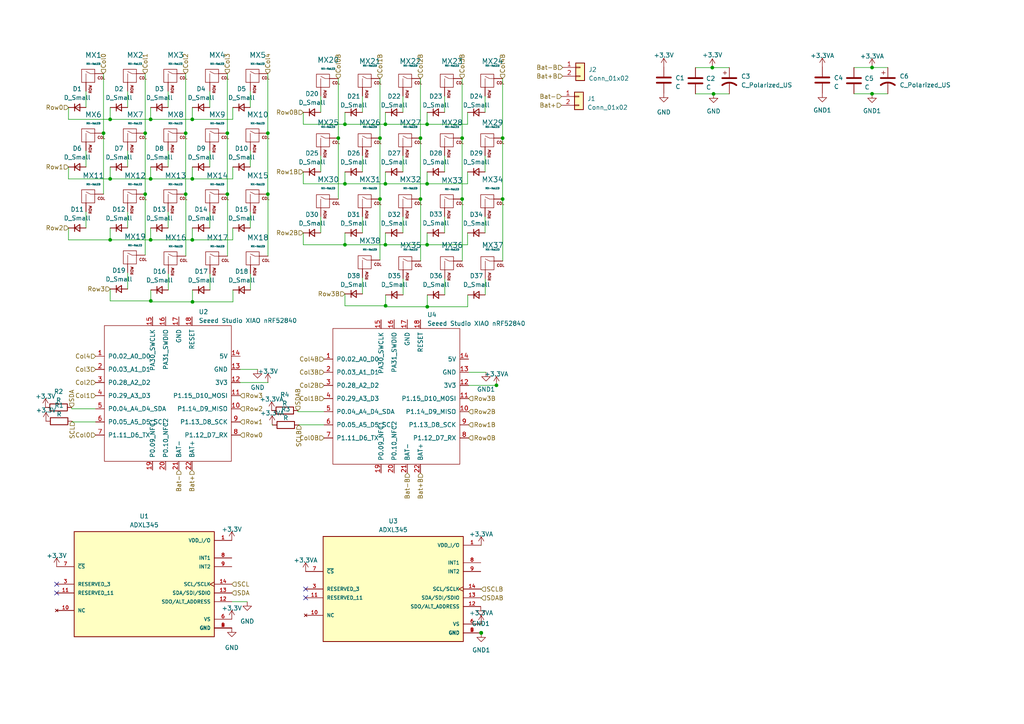
<source format=kicad_sch>
(kicad_sch (version 20230121) (generator eeschema)
  (paper "A4")
  (junction (at 145.7706 40.0558))
  (junction (at 42.1132 56.3118))
  (junction (at 55.7784 34.6202))
  (junction (at 100.0506 36.0426))
  (junction (at 43.688 34.6202))
  (junction (at 206.9592 27.2288))
  (junction (at 31.9532 69.5706))
  (junction (at 42.1132 38.6334))
  (junction (at 43.688 51.8922))
  (junction (at 77.6732 38.6334))
  (junction (at 123.8758 36.0426))
  (junction (at 77.6732 56.3118))
  (junction (at 134.0358 40.0558))
  (junction (at 111.8362 88.6968))
  (junction (at 43.688 69.5706))
  (junction (at 123.9266 88.9762))
  (junction (at 123.8758 70.993))
  (junction (at 100.0506 70.993))
  (junction (at 139.5476 183.5404))
  (junction (at 252.9332 19.5834))
  (junction (at 65.9384 56.3118))
  (junction (at 111.7854 53.3146))
  (junction (at 139.573 183.5912))
  (junction (at 143.9926 111.76))
  (junction (at 43.7388 87.2744))
  (junction (at 111.7854 70.993))
  (junction (at 55.7784 69.5706))
  (junction (at 30.0228 38.6334))
  (junction (at 98.1202 40.0558))
  (junction (at 139.573 183.5404))
  (junction (at 206.6036 19.6088))
  (junction (at 31.9532 34.6202))
  (junction (at 110.2106 40.0558))
  (junction (at 121.9454 40.0558))
  (junction (at 53.848 56.3118))
  (junction (at 53.848 38.6334))
  (junction (at 252.9332 27.2034))
  (junction (at 100.0506 53.3146))
  (junction (at 31.9532 51.8922))
  (junction (at 55.7784 51.8922))
  (junction (at 110.2106 57.7342))
  (junction (at 65.9384 38.6334))
  (junction (at 111.7854 36.0426))
  (junction (at 134.0358 57.7342))
  (junction (at 121.9454 57.7342))
  (junction (at 123.8758 53.3146))
  (junction (at 55.8292 87.5538))
  (junction (at 145.7706 57.7342))
  (no_connect (at 16.4338 171.9834))
  (no_connect (at 16.4338 169.4434))
  (no_connect (at 88.646 170.8404))
  (no_connect (at 88.646 173.3804))
  (wire (pts (xy 123.8758 49.8602) (xy 123.8758 53.3146)))
  (wire (pts (xy 43.688 48.4378) (xy 43.688 51.8922)))
  (wire (pts (xy 42.1132 38.6334) (xy 42.1132 56.3118)))
  (wire (pts (xy 140.6906 45.1358) (xy 140.6906 49.8602)))
  (wire (pts (xy 116.8654 62.8142) (xy 116.8654 67.5386)))
  (wire (pts (xy 105.1306 62.8142) (xy 105.1306 67.5386)))
  (wire (pts (xy 111.8362 85.5218) (xy 111.8362 88.6968)))
  (wire (pts (xy 116.9162 80.7974) (xy 116.9162 85.5218)))
  (wire (pts (xy 121.9962 75.7174) (xy 121.9962 57.7342)))
  (wire (pts (xy 74.7014 107.1372) (xy 69.6468 107.1372)))
  (wire (pts (xy 43.7388 87.5538) (xy 55.8292 87.5538)))
  (wire (pts (xy 77.6732 38.6334) (xy 77.6732 56.3118)))
  (wire (pts (xy 98.1202 40.0558) (xy 98.1202 57.7342)))
  (wire (pts (xy 139.446 181.0004) (xy 139.5222 181.0004)))
  (wire (pts (xy 105.1306 27.8638) (xy 105.1306 32.5882)))
  (wire (pts (xy 55.7784 51.8922) (xy 67.5132 51.8922)))
  (wire (pts (xy 43.7388 84.0994) (xy 43.7388 87.2744)))
  (wire (pts (xy 123.8758 36.0426) (xy 135.6106 36.0426)))
  (wire (pts (xy 139.4714 170.8404) (xy 139.4714 170.8912)))
  (wire (pts (xy 110.2106 57.7342) (xy 110.2106 75.438)))
  (wire (pts (xy 134.0358 57.7342) (xy 134.0866 57.7342)))
  (wire (pts (xy 111.8362 88.6968) (xy 111.8362 88.9762)))
  (wire (pts (xy 48.8188 79.375) (xy 48.8188 84.0994)))
  (wire (pts (xy 252.9332 19.5834) (xy 257.5052 19.5834)))
  (wire (pts (xy 139.4968 173.3804) (xy 139.4968 173.4312)))
  (wire (pts (xy 72.5932 43.7134) (xy 72.5932 48.4378)))
  (wire (pts (xy 145.7706 57.7342) (xy 145.8214 57.7342)))
  (wire (pts (xy 110.2106 40.0558) (xy 110.2106 57.7342)))
  (wire (pts (xy 105.1306 80.518) (xy 105.1306 85.2424)))
  (wire (pts (xy 55.7784 31.1658) (xy 55.7784 34.6202)))
  (wire (pts (xy 139.5984 183.5912) (xy 139.573 183.5912)))
  (wire (pts (xy 128.9558 27.8638) (xy 128.9558 32.5882)))
  (wire (pts (xy 111.7854 53.3146) (xy 123.8758 53.3146)))
  (wire (pts (xy 100.0506 88.6968) (xy 111.8362 88.6968)))
  (wire (pts (xy 139.573 183.5404) (xy 139.5984 183.5404)))
  (wire (pts (xy 111.7854 67.5386) (xy 111.7854 70.993)))
  (wire (pts (xy 55.7784 34.6202) (xy 67.5132 34.6202)))
  (wire (pts (xy 60.8584 43.7134) (xy 60.8584 48.4378)))
  (wire (pts (xy 100.0506 49.8602) (xy 100.0506 53.3146)))
  (wire (pts (xy 105.1306 45.1358) (xy 105.1306 49.8602)))
  (wire (pts (xy 123.8758 32.5882) (xy 123.8758 36.0426)))
  (wire (pts (xy 77.724 110.9472) (xy 69.6468 110.9472)))
  (wire (pts (xy 139.446 170.8404) (xy 139.4714 170.8404)))
  (wire (pts (xy 65.9892 74.295) (xy 65.9892 56.3118)))
  (wire (pts (xy 53.8988 74.295) (xy 53.8988 56.3118)))
  (wire (pts (xy 65.9384 21.3614) (xy 65.9384 38.6334)))
  (wire (pts (xy 111.8362 88.9762) (xy 123.9266 88.9762)))
  (wire (pts (xy 24.9428 26.4414) (xy 24.9428 31.1658)))
  (wire (pts (xy 139.5222 181.0004) (xy 139.5222 181.0512)))
  (wire (pts (xy 111.7854 70.993) (xy 123.8758 70.993)))
  (wire (pts (xy 79.0702 123.2662) (xy 78.9432 123.2662)))
  (wire (pts (xy 139.446 183.5404) (xy 139.5476 183.5404)))
  (wire (pts (xy 65.9384 56.3118) (xy 65.9892 56.3118)))
  (wire (pts (xy 139.4968 173.4312) (xy 139.573 173.4312)))
  (wire (pts (xy 30.0228 21.3614) (xy 30.0228 38.6334)))
  (wire (pts (xy 55.7784 48.4378) (xy 55.7784 51.8922)))
  (wire (pts (xy 77.724 110.9218) (xy 77.6986 110.9218)))
  (wire (pts (xy 135.6614 88.9762) (xy 135.6614 85.5218)))
  (wire (pts (xy 48.768 26.4414) (xy 48.768 31.1658)))
  (wire (pts (xy 37.0332 61.3918) (xy 37.0332 66.1162)))
  (wire (pts (xy 48.768 61.3918) (xy 48.768 66.1162)))
  (wire (pts (xy 55.8292 84.0994) (xy 55.8292 87.5538)))
  (wire (pts (xy 123.9266 85.5218) (xy 123.9266 88.9762)))
  (wire (pts (xy 86.4108 119.4054) (xy 86.4108 119.0752)))
  (wire (pts (xy 201.7014 19.6088) (xy 206.6036 19.6088)))
  (wire (pts (xy 128.9558 45.1358) (xy 128.9558 49.8602)))
  (wire (pts (xy 111.7854 49.8602) (xy 111.7854 53.3146)))
  (wire (pts (xy 31.9532 31.1658) (xy 31.9532 34.6202)))
  (wire (pts (xy 31.9532 66.1162) (xy 31.9532 69.5706)))
  (wire (pts (xy 129.0066 80.7974) (xy 129.0066 85.5218)))
  (wire (pts (xy 86.6902 123.2154) (xy 86.6902 123.2662)))
  (wire (pts (xy 139.5222 181.0512) (xy 139.573 181.0512)))
  (wire (pts (xy 121.9454 40.0558) (xy 121.9454 57.7342)))
  (wire (pts (xy 72.5932 61.3918) (xy 72.5932 66.1162)))
  (wire (pts (xy 31.9532 34.6202) (xy 43.688 34.6202)))
  (wire (pts (xy 71.7042 174.5234) (xy 67.2338 174.5234)))
  (wire (pts (xy 19.8628 48.4378) (xy 19.8628 51.8922)))
  (wire (pts (xy 140.6906 62.8142) (xy 140.6906 67.5386)))
  (wire (pts (xy 100.0506 36.0426) (xy 111.7854 36.0426)))
  (wire (pts (xy 77.6732 21.3614) (xy 77.6732 38.6334)))
  (wire (pts (xy 139.446 158.1404) (xy 139.446 158.1912)))
  (wire (pts (xy 93.0402 27.8638) (xy 93.0402 32.5882)))
  (wire (pts (xy 145.8214 75.7174) (xy 145.8214 57.7342)))
  (wire (pts (xy 139.5476 183.5912) (xy 139.573 183.5912)))
  (wire (pts (xy 55.8292 87.5538) (xy 67.564 87.5538)))
  (wire (pts (xy 31.9532 48.4378) (xy 31.9532 51.8922)))
  (wire (pts (xy 77.724 110.9472) (xy 77.724 110.9218)))
  (wire (pts (xy 43.7388 87.2744) (xy 43.7388 87.5538)))
  (wire (pts (xy 87.9602 49.8602) (xy 87.9602 53.3146)))
  (wire (pts (xy 93.0402 45.1358) (xy 93.0402 49.8602)))
  (wire (pts (xy 100.0506 53.3146) (xy 111.7854 53.3146)))
  (wire (pts (xy 143.9926 111.7854) (xy 135.9154 111.7854)))
  (wire (pts (xy 123.8758 53.3146) (xy 135.6106 53.3146)))
  (wire (pts (xy 19.8628 69.5706) (xy 31.9532 69.5706)))
  (wire (pts (xy 87.9602 70.993) (xy 100.0506 70.993)))
  (wire (pts (xy 20.8026 118.5672) (xy 27.7368 118.5672)))
  (wire (pts (xy 140.6906 27.8638) (xy 140.6906 32.5882)))
  (wire (pts (xy 37.0332 79.0956) (xy 37.0332 83.82)))
  (wire (pts (xy 31.9532 83.82) (xy 31.9532 87.2744)))
  (wire (pts (xy 135.6106 53.3146) (xy 135.6106 49.8602)))
  (wire (pts (xy 43.688 34.6202) (xy 55.7784 34.6202)))
  (wire (pts (xy 43.688 69.5706) (xy 55.7784 69.5706)))
  (wire (pts (xy 42.1132 56.3118) (xy 42.1132 74.0156)))
  (wire (pts (xy 19.8628 34.6202) (xy 31.9532 34.6202)))
  (wire (pts (xy 19.8628 31.1658) (xy 19.8628 34.6202)))
  (wire (pts (xy 143.9926 111.76) (xy 143.9672 111.76)))
  (wire (pts (xy 19.8628 51.8922) (xy 31.9532 51.8922)))
  (wire (pts (xy 139.573 183.5404) (xy 139.573 183.5912)))
  (wire (pts (xy 110.2106 22.7838) (xy 110.2106 40.0558)))
  (wire (pts (xy 43.688 66.1162) (xy 43.688 69.5706)))
  (wire (pts (xy 55.7784 69.5706) (xy 67.5132 69.5706)))
  (wire (pts (xy 19.8628 66.1162) (xy 19.8628 69.5706)))
  (wire (pts (xy 121.9962 57.7342) (xy 121.9454 57.7342)))
  (wire (pts (xy 30.0228 38.6334) (xy 30.0228 56.3118)))
  (wire (pts (xy 143.9926 111.7854) (xy 143.9926 111.76)))
  (wire (pts (xy 43.688 31.1658) (xy 43.688 34.6202)))
  (wire (pts (xy 31.9532 51.8922) (xy 43.688 51.8922)))
  (wire (pts (xy 139.5476 183.5404) (xy 139.5476 183.5912)))
  (wire (pts (xy 111.7854 36.0426) (xy 123.8758 36.0426)))
  (wire (pts (xy 60.8584 61.3918) (xy 60.8584 66.1162)))
  (wire (pts (xy 55.7784 66.1162) (xy 55.7784 69.5706)))
  (wire (pts (xy 247.6754 19.5834) (xy 252.9332 19.5834)))
  (wire (pts (xy 121.9454 22.7838) (xy 121.9454 40.0558)))
  (wire (pts (xy 60.8584 26.4414) (xy 60.8584 31.1658)))
  (wire (pts (xy 53.848 21.3614) (xy 53.848 38.6334)))
  (wire (pts (xy 31.9532 69.5706) (xy 43.688 69.5706)))
  (wire (pts (xy 100.0506 32.5882) (xy 100.0506 36.0426)))
  (wire (pts (xy 139.446 158.1912) (xy 139.573 158.1912)))
  (wire (pts (xy 94.0054 119.4054) (xy 86.4108 119.4054)))
  (wire (pts (xy 100.0506 67.5386) (xy 100.0506 70.993)))
  (wire (pts (xy 72.5932 26.4414) (xy 72.5932 31.1658)))
  (wire (pts (xy 60.9092 79.375) (xy 60.9092 84.0994)))
  (wire (pts (xy 67.5132 69.5706) (xy 67.5132 66.1162)))
  (wire (pts (xy 78.9432 123.2662) (xy 78.9432 123.0884)))
  (wire (pts (xy 24.9428 61.3918) (xy 24.9428 66.1162)))
  (wire (pts (xy 67.564 87.5538) (xy 67.564 84.0994)))
  (wire (pts (xy 134.0358 40.0558) (xy 134.0358 57.7342)))
  (wire (pts (xy 65.9384 38.6334) (xy 65.9384 56.3118)))
  (wire (pts (xy 93.0402 62.8142) (xy 93.0402 67.5386)))
  (wire (pts (xy 135.6106 36.0426) (xy 135.6106 32.5882)))
  (wire (pts (xy 134.0866 75.7174) (xy 134.0866 57.7342)))
  (wire (pts (xy 87.9602 53.3146) (xy 100.0506 53.3146)))
  (wire (pts (xy 67.5132 34.6202) (xy 67.5132 31.1658)))
  (wire (pts (xy 98.1202 22.7838) (xy 98.1202 40.0558)))
  (wire (pts (xy 67.5132 51.8922) (xy 67.5132 48.4378)))
  (wire (pts (xy 77.6732 56.3118) (xy 77.724 56.3118)))
  (wire (pts (xy 206.9592 27.2288) (xy 211.5312 27.2288)))
  (wire (pts (xy 37.0332 43.7134) (xy 37.0332 48.4378)))
  (wire (pts (xy 140.7414 80.7974) (xy 140.7414 85.5218)))
  (wire (pts (xy 20.8026 118.1608) (xy 20.8026 118.5672)))
  (wire (pts (xy 139.5476 183.5404) (xy 139.573 183.5404)))
  (wire (pts (xy 123.9266 88.9762) (xy 135.6614 88.9762)))
  (wire (pts (xy 134.0358 22.7838) (xy 134.0358 40.0558)))
  (wire (pts (xy 100.0506 70.993) (xy 111.7854 70.993)))
  (wire (pts (xy 139.5984 183.5404) (xy 139.5984 183.5912)))
  (wire (pts (xy 53.848 38.6334) (xy 53.848 56.3118)))
  (wire (pts (xy 139.446 173.3804) (xy 139.4968 173.3804)))
  (wire (pts (xy 252.9332 27.2034) (xy 257.5052 27.2034)))
  (wire (pts (xy 116.8654 45.1358) (xy 116.8654 49.8602)))
  (wire (pts (xy 111.7854 32.5882) (xy 111.7854 36.0426)))
  (wire (pts (xy 37.0332 26.4414) (xy 37.0332 31.1658)))
  (wire (pts (xy 42.1132 21.3614) (xy 42.1132 38.6334)))
  (wire (pts (xy 31.9532 87.2744) (xy 43.7388 87.2744)))
  (wire (pts (xy 48.768 43.7134) (xy 48.768 48.4378)))
  (wire (pts (xy 77.724 74.295) (xy 77.724 56.3118)))
  (wire (pts (xy 87.9602 32.5882) (xy 87.9602 36.0426)))
  (wire (pts (xy 27.7368 122.3772) (xy 20.955 122.3772)))
  (wire (pts (xy 206.6036 19.6088) (xy 211.5312 19.6088)))
  (wire (pts (xy 53.8988 56.3118) (xy 53.848 56.3118)))
  (wire (pts (xy 145.7706 40.0558) (xy 145.7706 57.7342)))
  (wire (pts (xy 201.7014 27.2288) (xy 206.9592 27.2288)))
  (wire (pts (xy 145.7706 22.7838) (xy 145.7706 40.0558)))
  (wire (pts (xy 20.955 122.3772) (xy 20.955 122.174)))
  (wire (pts (xy 87.9602 36.0426) (xy 100.0506 36.0426)))
  (wire (pts (xy 100.0506 85.2424) (xy 100.0506 88.6968)))
  (wire (pts (xy 43.688 51.8922) (xy 55.7784 51.8922)))
  (wire (pts (xy 128.9558 62.8142) (xy 128.9558 67.5386)))
  (wire (pts (xy 123.8758 67.5386) (xy 123.8758 70.993)))
  (wire (pts (xy 72.644 79.375) (xy 72.644 84.0994)))
  (wire (pts (xy 87.9602 67.5386) (xy 87.9602 70.993)))
  (wire (pts (xy 135.6106 70.993) (xy 135.6106 67.5386)))
  (wire (pts (xy 94.0054 123.2154) (xy 86.6902 123.2154)))
  (wire (pts (xy 24.9428 43.7134) (xy 24.9428 48.4378)))
  (wire (pts (xy 116.8654 27.8638) (xy 116.8654 32.5882)))
  (wire (pts (xy 247.6754 27.2034) (xy 252.9332 27.2034)))
  (wire (pts (xy 139.4714 170.8912) (xy 139.573 170.8912)))
  (wire (pts (xy 123.8758 70.993) (xy 135.6106 70.993)))
  (wire (pts (xy 140.97 107.9754) (xy 135.9154 107.9754)))
  (hierarchical_label "SDAB" (shape input) (at 139.573 173.4312 0))
  (hierarchical_label "Col2" (shape input) (at 53.848 21.3614 90))
  (hierarchical_label "Row3B" (shape input) (at 100.0506 85.2424 180))
  (hierarchical_label "Row3" (shape input) (at 31.9532 83.82 180))
  (hierarchical_label "Col0B" (shape input) (at 98.1202 22.7838 90))
  (hierarchical_label "Bat-B" (shape input) (at 163.195 19.558 180))
  (hierarchical_label "Bat-" (shape input) (at 162.8394 27.9908 180))
  (hierarchical_label "Row2" (shape input) (at 19.8628 66.1162 180))
  (hierarchical_label "Row0B" (shape input) (at 135.9154 127.0254 0))
  (hierarchical_label "Bat+B" (shape input) (at 121.9454 137.1854 270))
  (hierarchical_label "Row1B" (shape input) (at 87.9602 49.8602 180))
  (hierarchical_label "Col3" (shape input) (at 65.9384 21.3614 90))
  (hierarchical_label "Col2B" (shape input) (at 94.0054 111.7854 180))
  (hierarchical_label "SDAB" (shape input) (at 86.4108 119.0752 90))
  (hierarchical_label "Col4B" (shape input) (at 145.7706 22.7838 90))
  (hierarchical_label "SCLB" (shape input) (at 139.573 170.8912 0))
  (hierarchical_label "Col3" (shape input) (at 27.7368 107.1372 180))
  (hierarchical_label "Col0" (shape input) (at 27.7368 126.1872 180))
  (hierarchical_label "SCLB" (shape input) (at 86.6902 123.2662 270))
  (hierarchical_label "Col2" (shape input) (at 27.7368 110.9472 180))
  (hierarchical_label "Row2B" (shape input) (at 87.9602 67.5386 180))
  (hierarchical_label "Row0B" (shape input) (at 87.9602 32.5882 180))
  (hierarchical_label "Col1" (shape input) (at 42.1132 21.3614 90))
  (hierarchical_label "Col1B" (shape input) (at 110.2106 22.7838 90))
  (hierarchical_label "Row3B" (shape input) (at 135.9154 115.5954 0))
  (hierarchical_label "Col4" (shape input) (at 27.7368 103.3272 180))
  (hierarchical_label "Bat+" (shape input) (at 55.6768 136.3472 270))
  (hierarchical_label "Bat+B" (shape input) (at 163.195 22.098 180))
  (hierarchical_label "Row2B" (shape input) (at 135.9154 119.4054 0))
  (hierarchical_label "Col1" (shape input) (at 27.7368 114.7572 180))
  (hierarchical_label "Col4" (shape input) (at 77.6732 21.3614 90))
  (hierarchical_label "Col2B" (shape input) (at 121.9454 22.7838 90))
  (hierarchical_label "SDA" (shape input) (at 20.8026 118.1608 90))
  (hierarchical_label "Row1" (shape input) (at 69.6468 122.3772 0))
  (hierarchical_label "Row1B" (shape input) (at 135.9154 123.2154 0))
  (hierarchical_label "Row1" (shape input) (at 19.8628 48.4378 180))
  (hierarchical_label "Row0" (shape input) (at 69.6468 126.1872 0))
  (hierarchical_label "Col3B" (shape input) (at 134.0358 22.7838 90))
  (hierarchical_label "SCL" (shape input) (at 67.2338 169.4434 0))
  (hierarchical_label "Row0" (shape input) (at 19.8628 31.1658 180))
  (hierarchical_label "Col0B" (shape input) (at 94.0054 127.0254 180))
  (hierarchical_label "Row2" (shape input) (at 69.6468 118.5672 0))
  (hierarchical_label "Col1B" (shape input) (at 94.0054 115.5954 180))
  (hierarchical_label "Col3B" (shape input) (at 94.0054 107.9754 180))
  (hierarchical_label "Col4B" (shape input) (at 94.0054 104.1654 180))
  (hierarchical_label "Bat-" (shape input) (at 51.8668 136.3472 270))
  (hierarchical_label "Bat-B" (shape input) (at 118.1354 137.1854 270))
  (hierarchical_label "Bat+" (shape input) (at 162.8394 30.5308 180))
  (hierarchical_label "SDA" (shape input) (at 67.2338 171.9834 0))
  (hierarchical_label "SCL" (shape input) (at 20.955 122.174 270))
  (hierarchical_label "Col0" (shape input) (at 30.0228 21.3614 90))
  (hierarchical_label "Row3" (shape input) (at 69.6468 114.7572 0))
  (symbol (lib_id "MX_Alps_Hybrid:MX-NoLED") (at 50.038 39.9034 0) (unit 1)
    (property "Reference" "MX8" (at 50.9212 33.2486 0) (effects (font (size 1.524 1.524))))
    (property "Value" "MX-NoLED" (at 50.9212 35.7886 0) (effects (font (size 0.508 0.508))))
    (property "Footprint" "keySwitches:Kailh_socket_PG1350" (effects hide))
  )
  (symbol (lib_id "MX_Alps_Hybrid:MX-NoLED") (at 130.2258 41.3258 0) (unit 1)
    (property "Reference" "MX28" (at 131.109 35.56 0) (effects (font (size 1.524 1.524))))
    (property "Value" "MX-NoLED" (at 131.109 36.83 0) (effects (font (size 0.508 0.508))))
    (property "Footprint" "keySwitches:Kailh_socket_PG1350" (effects hide))
  )
  (symbol (lib_id "MX_Alps_Hybrid:MX-NoLED") (at 106.4006 24.0538 0) (unit 1)
    (property "Reference" "MX21" (at 107.2838 17.78 0) (effects (font (size 1.524 1.524))))
    (property "Value" "MX-NoLED" (at 107.2838 19.05 0) (effects (font (size 0.508 0.508))))
    (property "Footprint" "keySwitches:Kailh_socket_PG1350" (effects hide))
  )
  (symbol (lib_id "power:+3.3V") (at 16.4338 164.3634 0) (unit 1)
    (property "Reference" "#PWR05" (effects hide))
    (property "Value" "+3.3V" (at 16.4338 161.163 0))
  )
  (symbol (lib_id "MX_Alps_Hybrid:MX-NoLED") (at 118.1354 24.0538 0) (unit 1)
    (property "Reference" "MX22" (at 119.0186 17.78 0) (effects (font (size 1.524 1.524))))
    (property "Value" "MX-NoLED" (at 119.0186 19.05 0) (effects (font (size 0.508 0.508))))
    (property "Footprint" "keySwitches:Kailh_socket_PG1350" (effects hide))
  )
  (symbol (lib_id "MX_Alps_Hybrid:MX-NoLED") (at 62.1284 39.9034 0) (unit 1)
    (property "Reference" "MX9" (at 63.0116 33.2486 0) (effects (font (size 1.524 1.524))))
    (property "Value" "MX-NoLED" (at 63.0116 35.7886 0) (effects (font (size 0.508 0.508))))
    (property "Footprint" "keySwitches:Kailh_socket_PG1350" (effects hide))
  )
  (symbol (lib_id "Device:D_Small") (at 102.5906 85.2424 0) (unit 1)
    (property "Reference" "D38" (at 102.5906 80.01 0))
    (property "Value" "D_Small" (at 102.5906 82.55 0))
    (property "Footprint" "Diode_SMD:D_SOD-123" (effects hide))
    (property "Sim.Device" "D" (effects hide))
    (property "Sim.Pins" "1=K 2=A" (effects hide))
  )
  (symbol (lib_id "Connector_Generic:Conn_01x02") (at 168.275 19.558 0) (unit 1)
    (property "Reference" "J2" (at 170.688 20.193 0) (effects (justify left)))
    (property "Value" "Conn_01x02" (at 170.688 22.733 0) (effects (justify left)))
    (property "Footprint" "Connector_JST:JST_PH_S2B-PH-K_1x02_P2.00mm_Horizontal" (effects hide))
  )
  (symbol (lib_id "Device:D_Small") (at 102.5906 49.8602 0) (unit 1)
    (property "Reference" "D26" (at 102.5906 44.45 0))
    (property "Value" "D_Small" (at 102.5906 46.99 0))
    (property "Footprint" "Diode_SMD:D_SOD-123" (effects hide))
    (property "Sim.Device" "D" (effects hide))
    (property "Sim.Pins" "1=K 2=A" (effects hide))
  )
  (symbol (lib_id "MX_Alps_Hybrid:MX-NoLED") (at 73.8632 57.5818 0) (unit 1)
    (property "Reference" "MX15" (at 74.7464 50.927 0) (effects (font (size 1.524 1.524))))
    (property "Value" "MX-NoLED" (at 74.7464 53.467 0) (effects (font (size 0.508 0.508))))
    (property "Footprint" "keySwitches:Kailh_socket_PG1350" (effects hide))
  )
  (symbol (lib_id "power:+3.3VA") (at 88.646 165.7604 0) (unit 1)
    (property "Reference" "#PWR06" (effects hide))
    (property "Value" "+3.3VA" (at 88.646 162.4838 0))
  )
  (symbol (lib_id "Device:C") (at 247.6754 23.3934 0) (unit 1)
    (property "Reference" "C5" (at 250.7488 22.7584 0) (effects (justify left)))
    (property "Value" "C" (at 250.7488 25.2984 0) (effects (justify left)))
    (property "Footprint" "Capacitor_SMD:C_0805_2012Metric" (effects hide))
  )
  (symbol (lib_id "Device:D_Small") (at 138.1506 49.8602 0) (unit 1)
    (property "Reference" "D29" (at 138.1506 44.45 0))
    (property "Value" "D_Small" (at 138.1506 46.99 0))
    (property "Footprint" "Diode_SMD:D_SOD-123" (effects hide))
    (property "Sim.Device" "D" (effects hide))
    (property "Sim.Pins" "1=K 2=A" (effects hide))
  )
  (symbol (lib_id "Device:D_Small") (at 70.0532 31.1658 0) (unit 1)
    (property "Reference" "D5" (at 70.0532 25.781 0))
    (property "Value" "D_Small" (at 70.0532 28.321 0))
    (property "Footprint" "Diode_SMD:D_SOD-123" (effects hide))
    (property "Sim.Device" "D" (effects hide))
    (property "Sim.Pins" "1=K 2=A" (effects hide))
  )
  (symbol (lib_id "MX_Alps_Hybrid:MX-NoLED") (at 38.3032 22.6314 0) (unit 1)
    (property "Reference" "MX2" (at 39.1864 15.9766 0) (effects (font (size 1.524 1.524))))
    (property "Value" "MX-NoLED" (at 39.1864 18.5166 0) (effects (font (size 0.508 0.508))))
    (property "Footprint" "keySwitches:Kailh_socket_PG1350" (effects hide))
  )
  (symbol (lib_id "power:GND1") (at 139.573 183.5912 0) (unit 1)
    (property "Reference" "#PWR014" (effects hide))
    (property "Value" "GND1" (at 139.573 188.5442 0))
  )
  (symbol (lib_id "MX_Alps_Hybrid:MX-NoLED") (at 118.1354 41.3258 0) (unit 1)
    (property "Reference" "MX27" (at 119.0186 35.56 0) (effects (font (size 1.524 1.524))))
    (property "Value" "MX-NoLED" (at 119.0186 36.83 0) (effects (font (size 0.508 0.508))))
    (property "Footprint" "keySwitches:Kailh_socket_PG1350" (effects hide))
  )
  (symbol (lib_id "MX_Alps_Hybrid:MX-NoLED") (at 62.1284 22.6314 0) (unit 1)
    (property "Reference" "MX4" (at 63.0116 15.9766 0) (effects (font (size 1.524 1.524))))
    (property "Value" "MX-NoLED" (at 63.0116 18.5166 0) (effects (font (size 0.508 0.508))))
    (property "Footprint" "keySwitches:Kailh_socket_PG1350" (effects hide))
  )
  (symbol (lib_id "MX_Alps_Hybrid:MX-NoLED") (at 73.914 75.565 0) (unit 1)
    (property "Reference" "MX18" (at 74.7972 68.9102 0) (effects (font (size 1.524 1.524))))
    (property "Value" "MX-NoLED" (at 74.7972 71.4502 0) (effects (font (size 0.508 0.508))))
    (property "Footprint" "keySwitches:Kailh_socket_PG1350" (effects hide))
  )
  (symbol (lib_id "power:+3.3V") (at 206.6036 19.6088 0) (unit 1)
    (property "Reference" "#PWR07" (effects hide))
    (property "Value" "+3.3V" (at 206.6036 15.9512 0))
  )
  (symbol (lib_id "power:+3.3VA") (at 78.9432 123.0884 0) (unit 1)
    (property "Reference" "#PWR025" (effects hide))
    (property "Value" "+3.3VA" (at 78.9432 119.8118 0))
  )
  (symbol (lib_id "MX_Alps_Hybrid:MX-NoLED") (at 62.1792 75.565 0) (unit 1)
    (property "Reference" "MX17" (at 63.0624 68.9102 0) (effects (font (size 1.524 1.524))))
    (property "Value" "MX-NoLED" (at 63.0624 71.4502 0) (effects (font (size 0.508 0.508))))
    (property "Footprint" "keySwitches:Kailh_socket_PG1350" (effects hide))
  )
  (symbol (lib_id "Device:D_Small") (at 114.3762 85.5218 0) (unit 1)
    (property "Reference" "D35" (at 114.3762 80.01 0))
    (property "Value" "D_Small" (at 114.3762 82.55 0))
    (property "Footprint" "Diode_SMD:D_SOD-123" (effects hide))
    (property "Sim.Device" "D" (effects hide))
    (property "Sim.Pins" "1=K 2=A" (effects hide))
  )
  (symbol (lib_id "MX_Alps_Hybrid:MX-NoLED") (at 38.3032 75.2856 0) (unit 1)
    (property "Reference" "MX19" (at 39.1864 68.6308 0) (effects (font (size 1.524 1.524))))
    (property "Value" "MX-NoLED" (at 39.1864 71.1708 0) (effects (font (size 0.508 0.508))))
    (property "Footprint" "Button_Switch_THT:SW_PUSH_6mm" (effects hide))
  )
  (symbol (lib_id "Device:C") (at 238.506 23.2156 0) (unit 1)
    (property "Reference" "C4" (at 241.8588 22.5806 0) (effects (justify left)))
    (property "Value" "C" (at 241.8588 25.1206 0) (effects (justify left)))
    (property "Footprint" "Capacitor_SMD:C_0805_2012Metric" (effects hide))
  )
  (symbol (lib_id "Device:C_Polarized_US") (at 211.5312 23.4188 0) (unit 1)
    (property "Reference" "C3" (at 214.9348 22.1488 0) (effects (justify left)))
    (property "Value" "C_Polarized_US" (at 214.9348 24.6888 0) (effects (justify left)))
    (property "Footprint" "Capacitor_Tantalum_SMD:CP_EIA-3216-18_Kemet-A" (effects hide))
  )
  (symbol (lib_id "Device:D_Small") (at 22.4028 31.1658 0) (unit 1)
    (property "Reference" "D1" (at 22.4028 25.781 0))
    (property "Value" "D_Small" (at 22.4028 28.321 0))
    (property "Footprint" "Diode_SMD:D_SOD-123" (effects hide))
    (property "Sim.Device" "D" (effects hide))
    (property "Sim.Pins" "1=K 2=A" (effects hide))
  )
  (symbol (lib_id "power:+3.3V") (at 192.532 19.431 0) (unit 1)
    (property "Reference" "#PWR08" (effects hide))
    (property "Value" "+3.3V" (at 192.532 16.0274 0))
  )
  (symbol (lib_id "Seeed_Studio_XIAO_Series:Seeed Studio XIAO nRF52840") (at 49.3268 114.7572 0) (unit 1)
    (property "Reference" "U2" (at 57.6327 90.4494 0) (effects (justify left)))
    (property "Value" "Seeed Studio XIAO nRF52840" (at 57.6327 92.9894 0) (effects (justify left)))
    (property "Footprint" "Seeed Studio XIAO Series Library:XIAO-nRF52840-Sense-14P-2.54-21X17.8MM" (effects hide))
  )
  (symbol (lib_id "power:+3.3VA") (at 238.506 19.4056 0) (unit 1)
    (property "Reference" "#PWR017" (effects hide))
    (property "Value" "+3.3VA" (at 238.506 16.129 0))
  )
  (symbol (lib_id "Device:D_Small") (at 22.4028 66.1162 0) (unit 1)
    (property "Reference" "D11" (at 22.4028 60.7314 0))
    (property "Value" "D_Small" (at 22.4028 63.2714 0))
    (property "Footprint" "Diode_SMD:D_SOD-123" (effects hide))
    (property "Sim.Device" "D" (effects hide))
    (property "Sim.Pins" "1=K 2=A" (effects hide))
  )
  (symbol (lib_id "MX_Alps_Hybrid:MX-NoLED") (at 73.8632 39.9034 0) (unit 1)
    (property "Reference" "MX10" (at 74.7464 33.2486 0) (effects (font (size 1.524 1.524))))
    (property "Value" "MX-NoLED" (at 74.7464 35.7886 0) (effects (font (size 0.508 0.508))))
    (property "Footprint" "keySwitches:Kailh_socket_PG1350" (effects hide))
  )
  (symbol (lib_id "MX_Alps_Hybrid:MX-NoLED") (at 130.2258 24.0538 0) (unit 1)
    (property "Reference" "MX23" (at 131.109 17.78 0) (effects (font (size 1.524 1.524))))
    (property "Value" "MX-NoLED" (at 131.109 19.05 0) (effects (font (size 0.508 0.508))))
    (property "Footprint" "keySwitches:Kailh_socket_PG1350" (effects hide))
  )
  (symbol (lib_id "MX_Alps_Hybrid:MX-NoLED") (at 94.3102 24.0538 0) (unit 1)
    (property "Reference" "MX20" (at 95.1934 17.399 0) (effects (font (size 1.524 1.524))))
    (property "Value" "MX-NoLED" (at 95.1934 19.939 0) (effects (font (size 0.508 0.508))))
    (property "Footprint" "keySwitches:Kailh_socket_PG1350" (effects hide))
  )
  (symbol (lib_id "MX_Alps_Hybrid:MX-NoLED") (at 38.3032 57.5818 0) (unit 1)
    (property "Reference" "MX12" (at 39.1864 50.927 0) (effects (font (size 1.524 1.524))))
    (property "Value" "MX-NoLED" (at 39.1864 53.467 0) (effects (font (size 0.508 0.508))))
    (property "Footprint" "keySwitches:Kailh_socket_PG1350" (effects hide))
  )
  (symbol (lib_id "Device:C") (at 201.7014 23.4188 0) (unit 1)
    (property "Reference" "C2" (at 204.7748 22.7838 0) (effects (justify left)))
    (property "Value" "C" (at 204.7748 25.3238 0) (effects (justify left)))
    (property "Footprint" "Capacitor_SMD:C_0805_2012Metric" (effects hide))
  )
  (symbol (lib_id "Device:D_Small") (at 126.4158 67.5386 0) (unit 1)
    (property "Reference" "D33" (at 126.4158 62.1538 0))
    (property "Value" "D_Small" (at 126.4158 64.6938 0))
    (property "Footprint" "Diode_SMD:D_SOD-123" (effects hide))
    (property "Sim.Device" "D" (effects hide))
    (property "Sim.Pins" "1=K 2=A" (effects hide))
  )
  (symbol (lib_id "Device:D_Small") (at 126.4158 49.8602 0) (unit 1)
    (property "Reference" "D28" (at 126.4158 44.45 0))
    (property "Value" "D_Small" (at 126.4158 46.99 0))
    (property "Footprint" "Diode_SMD:D_SOD-123" (effects hide))
    (property "Sim.Device" "D" (effects hide))
    (property "Sim.Pins" "1=K 2=A" (effects hide))
  )
  (symbol (lib_id "ADXL345:ADXL345") (at 114.046 170.8404 0) (unit 1)
    (property "Reference" "U3" (at 114.046 151.13 0))
    (property "Value" "ADXL345" (at 114.046 153.67 0))
    (property "Footprint" "ADXL345:PQFN80P500X300X100-14N" (effects hide))
    (property "MF" "Analog Devices, Inc." (effects hide))
    (property "SNAPEDA_PACKAGE_ID" "105924" (effects hide))
    (property "MAXIMUM_PACKAGE_HEIGHT" "1 mm" (effects hide))
    (property "Price" "None" (effects hide))
    (property "Package" "LGA -14 Analog Devices" (effects hide))
    (property "Check_prices" "https://www.snapeda.com/parts/ADXL345/Analog+Devices/view-part/?ref=eda" (effects hide))
    (property "STANDARD" "IPC 7351B" (effects hide))
    (property "PARTREV" "B" (effects hide))
    (property "SnapEDA_Link" "https://www.snapeda.com/parts/ADXL345/Analog+Devices/view-part/?ref=snap" (effects hide))
    (property "MP" "ADXL345" (effects hide))
    (property "Purchase-URL" "https://www.snapeda.com/api/url_track_click_mouser/?unipart_id=8565976&manufacturer=Analog Devices, Inc.&part_name=ADXL345&search_term=None" (effects hide))
    (property "Description" "\nAccelerometer X, Y, Z Axis ±2g, 4g, 8g, 16g 0.05Hz ~ 1.6kHz 14-LGA (3x5)\n" (effects hide))
    (property "MANUFACTURER" "Analog Devices" (effects hide))
    (property "Availability" "In Stock" (effects hide))
    (property "SNAPEDA_PN" "ADXL345" (effects hide))
  )
  (symbol (lib_id "Device:R") (at 82.6008 119.0752 90) (unit 1)
    (property "Reference" "R4" (at 82.6008 114.4778 90))
    (property "Value" "R" (at 82.6008 117.0178 90))
    (property "Footprint" "Resistor_SMD:R_0805_2012Metric" (effects hide))
  )
  (symbol (lib_id "Device:D_Small") (at 70.0532 48.4378 0) (unit 1)
    (property "Reference" "D10" (at 70.0532 43.053 0))
    (property "Value" "D_Small" (at 70.0532 45.593 0))
    (property "Footprint" "Diode_SMD:D_SOD-123" (effects hide))
    (property "Sim.Device" "D" (effects hide))
    (property "Sim.Pins" "1=K 2=A" (effects hide))
  )
  (symbol (lib_id "Device:C") (at 192.532 23.241 0) (unit 1)
    (property "Reference" "C1" (at 195.8848 22.606 0) (effects (justify left)))
    (property "Value" "C" (at 195.8848 25.146 0) (effects (justify left)))
    (property "Footprint" "Capacitor_SMD:C_0805_2012Metric" (effects hide))
  )
  (symbol (lib_id "MX_Alps_Hybrid:MX-NoLED") (at 73.8632 22.6314 0) (unit 1)
    (property "Reference" "MX5" (at 74.7464 15.9766 0) (effects (font (size 1.524 1.524))))
    (property "Value" "MX-NoLED" (at 74.7464 18.5166 0) (effects (font (size 0.508 0.508))))
    (property "Footprint" "keySwitches:Kailh_socket_PG1350" (effects hide))
  )
  (symbol (lib_id "power:+3.3VA") (at 143.9926 111.76 0) (unit 1)
    (property "Reference" "#PWR012" (effects hide))
    (property "Value" "+3.3VA" (at 143.9926 108.4834 0))
  )
  (symbol (lib_id "power:GND1") (at 139.446 175.9204 0) (unit 1)
    (property "Reference" "#PWR026" (effects hide))
    (property "Value" "GND1" (at 139.446 180.8734 0))
  )
  (symbol (lib_id "ADXL345:ADXL345") (at 41.8338 169.4434 0) (unit 1)
    (property "Reference" "U1" (at 41.8338 149.733 0))
    (property "Value" "ADXL345" (at 41.8338 152.273 0))
    (property "Footprint" "ADXL345:PQFN80P500X300X100-14N" (effects hide))
    (property "MF" "Analog Devices, Inc." (effects hide))
    (property "SNAPEDA_PACKAGE_ID" "105924" (effects hide))
    (property "MAXIMUM_PACKAGE_HEIGHT" "1 mm" (effects hide))
    (property "Price" "None" (effects hide))
    (property "Package" "LGA -14 Analog Devices" (effects hide))
    (property "Check_prices" "https://www.snapeda.com/parts/ADXL345/Analog+Devices/view-part/?ref=eda" (effects hide))
    (property "STANDARD" "IPC 7351B" (effects hide))
    (property "PARTREV" "B" (effects hide))
    (property "SnapEDA_Link" "https://www.snapeda.com/parts/ADXL345/Analog+Devices/view-part/?ref=snap" (effects hide))
    (property "MP" "ADXL345" (effects hide))
    (property "Purchase-URL" "https://www.snapeda.com/api/url_track_click_mouser/?unipart_id=8565976&manufacturer=Analog Devices, Inc.&part_name=ADXL345&search_term=None" (effects hide))
    (property "Description" "\nAccelerometer X, Y, Z Axis ±2g, 4g, 8g, 16g 0.05Hz ~ 1.6kHz 14-LGA (3x5)\n" (effects hide))
    (property "MANUFACTURER" "Analog Devices" (effects hide))
    (property "Availability" "In Stock" (effects hide))
    (property "SNAPEDA_PN" "ADXL345" (effects hide))
  )
  (symbol (lib_id "power:+3.3V") (at 67.2338 156.7434 0) (unit 1)
    (property "Reference" "#PWR011" (effects hide))
    (property "Value" "+3.3V" (at 67.2338 153.543 0))
  )
  (symbol (lib_id "Device:D_Small") (at 90.5002 49.8602 0) (unit 1)
    (property "Reference" "D25" (at 90.5002 44.45 0))
    (property "Value" "D_Small" (at 90.5002 46.99 0))
    (property "Footprint" "Diode_SMD:D_SOD-123" (effects hide))
    (property "Sim.Device" "D" (effects hide))
    (property "Sim.Pins" "1=K 2=A" (effects hide))
  )
  (symbol (lib_id "Device:R") (at 82.8802 123.2662 90) (unit 1)
    (property "Reference" "R3" (at 82.8802 118.6688 90))
    (property "Value" "R" (at 82.8802 121.2088 90))
    (property "Footprint" "Resistor_SMD:R_0805_2012Metric" (effects hide))
  )
  (symbol (lib_id "MX_Alps_Hybrid:MX-NoLED") (at 141.9606 41.3258 0) (unit 1)
    (property "Reference" "MX29" (at 142.8438 35.56 0) (effects (font (size 1.524 1.524))))
    (property "Value" "MX-NoLED" (at 142.8438 36.83 0) (effects (font (size 0.508 0.508))))
    (property "Footprint" "keySwitches:Kailh_socket_PG1350" (effects hide))
  )
  (symbol (lib_id "Device:D_Small") (at 34.4932 83.82 0) (unit 1)
    (property "Reference" "D19" (at 34.4932 78.4352 0))
    (property "Value" "D_Small" (at 34.4932 80.9752 0))
    (property "Footprint" "Diode_SMD:D_SOD-123" (effects hide))
    (property "Sim.Device" "D" (effects hide))
    (property "Sim.Pins" "1=K 2=A" (effects hide))
  )
  (symbol (lib_id "Device:D_Small") (at 70.104 84.0994 0) (unit 1)
    (property "Reference" "D18" (at 70.104 78.7146 0))
    (property "Value" "D_Small" (at 70.104 81.2546 0))
    (property "Footprint" "Diode_SMD:D_SOD-123" (effects hide))
    (property "Sim.Device" "D" (effects hide))
    (property "Sim.Pins" "1=K 2=A" (effects hide))
  )
  (symbol (lib_id "Device:D_Small") (at 58.3692 84.0994 0) (unit 1)
    (property "Reference" "D17" (at 58.3692 78.7146 0))
    (property "Value" "D_Small" (at 58.3692 81.2546 0))
    (property "Footprint" "Diode_SMD:D_SOD-123" (effects hide))
    (property "Sim.Device" "D" (effects hide))
    (property "Sim.Pins" "1=K 2=A" (effects hide))
  )
  (symbol (lib_id "MX_Alps_Hybrid:MX-NoLED") (at 26.2128 22.6314 0) (unit 1)
    (property "Reference" "MX1" (at 27.096 15.9766 0) (effects (font (size 1.524 1.524))))
    (property "Value" "MX-NoLED" (at 27.096 18.5166 0) (effects (font (size 0.508 0.508))))
    (property "Footprint" "keySwitches:Kailh_socket_PG1350" (effects hide))
  )
  (symbol (lib_id "Device:D_Small") (at 114.3254 32.5882 0) (unit 1)
    (property "Reference" "D22" (at 114.3254 27.94 0))
    (property "Value" "D_Small" (at 114.3254 30.48 0))
    (property "Footprint" "Diode_SMD:D_SOD-123" (effects hide))
    (property "Sim.Device" "D" (effects hide))
    (property "Sim.Pins" "1=K 2=A" (effects hide))
  )
  (symbol (lib_id "Device:R") (at 17.145 122.174 90) (unit 1)
    (property "Reference" "R1" (at 17.145 117.5766 90))
    (property "Value" "R" (at 17.145 120.1166 90))
    (property "Footprint" "Resistor_SMD:R_0805_2012Metric" (effects hide))
  )
  (symbol (lib_id "MX_Alps_Hybrid:MX-NoLED") (at 94.3102 59.0042 0) (unit 1)
    (property "Reference" "MX30" (at 95.1934 52.07 0) (effects (font (size 1.524 1.524))))
    (property "Value" "MX-NoLED" (at 95.1934 54.61 0) (effects (font (size 0.508 0.508))))
    (property "Footprint" "keySwitches:Kailh_socket_PG1350" (effects hide))
  )
  (symbol (lib_id "MX_Alps_Hybrid:MX-NoLED") (at 106.4006 76.708 0) (unit 1)
    (property "Reference" "MX38" (at 107.2838 69.85 0) (effects (font (size 1.524 1.524))))
    (property "Value" "MX-NoLED" (at 107.2838 72.39 0) (effects (font (size 0.508 0.508))))
    (property "Footprint" "Button_Switch_THT:SW_PUSH_6mm" (effects hide))
  )
  (symbol (lib_id "MX_Alps_Hybrid:MX-NoLED") (at 50.038 57.5818 0) (unit 1)
    (property "Reference" "MX13" (at 50.9212 50.927 0) (effects (font (size 1.524 1.524))))
    (property "Value" "MX-NoLED" (at 50.9212 53.467 0) (effects (font (size 0.508 0.508))))
    (property "Footprint" "keySwitches:Kailh_socket_PG1350" (effects hide))
  )
  (symbol (lib_id "Device:D_Small") (at 114.3254 49.8602 0) (unit 1)
    (property "Reference" "D27" (at 114.3254 44.45 0))
    (property "Value" "D_Small" (at 114.3254 46.99 0))
    (property "Footprint" "Diode_SMD:D_SOD-123" (effects hide))
    (property "Sim.Device" "D" (effects hide))
    (property "Sim.Pins" "1=K 2=A" (effects hide))
  )
  (symbol (lib_id "Device:D_Small") (at 102.5906 32.5882 0) (unit 1)
    (property "Reference" "D21" (at 102.5906 27.94 0))
    (property "Value" "D_Small" (at 102.5906 30.48 0))
    (property "Footprint" "Diode_SMD:D_SOD-123" (effects hide))
    (property "Sim.Device" "D" (effects hide))
    (property "Sim.Pins" "1=K 2=A" (effects hide))
  )
  (symbol (lib_id "Device:D_Small") (at 138.2014 85.5218 0) (unit 1)
    (property "Reference" "D37" (at 138.2014 80.01 0))
    (property "Value" "D_Small" (at 138.2014 82.55 0))
    (property "Footprint" "Diode_SMD:D_SOD-123" (effects hide))
    (property "Sim.Device" "D" (effects hide))
    (property "Sim.Pins" "1=K 2=A" (effects hide))
  )
  (symbol (lib_id "Device:D_Small") (at 102.5906 67.5386 0) (unit 1)
    (property "Reference" "D31" (at 102.5906 62.23 0))
    (property "Value" "D_Small" (at 102.5906 64.77 0))
    (property "Footprint" "Diode_SMD:D_SOD-123" (effects hide))
    (property "Sim.Device" "D" (effects hide))
    (property "Sim.Pins" "1=K 2=A" (effects hide))
  )
  (symbol (lib_id "Device:D_Small") (at 70.0532 66.1162 0) (unit 1)
    (property "Reference" "D15" (at 70.0532 60.7314 0))
    (property "Value" "D_Small" (at 70.0532 63.2714 0))
    (property "Footprint" "Diode_SMD:D_SOD-123" (effects hide))
    (property "Sim.Device" "D" (effects hide))
    (property "Sim.Pins" "1=K 2=A" (effects hide))
  )
  (symbol (lib_id "MX_Alps_Hybrid:MX-NoLED") (at 130.2258 59.0042 0) (unit 1)
    (property "Reference" "MX33" (at 131.109 52.3494 0) (effects (font (size 1.524 1.524))))
    (property "Value" "MX-NoLED" (at 131.109 54.8894 0) (effects (font (size 0.508 0.508))))
    (property "Footprint" "keySwitches:Kailh_socket_PG1350" (effects hide))
  )
  (symbol (lib_id "Device:D_Small") (at 138.1506 32.5882 0) (unit 1)
    (property "Reference" "D24" (at 138.1506 27.94 0))
    (property "Value" "D_Small" (at 138.1506 30.48 0))
    (property "Footprint" "Diode_SMD:D_SOD-123" (effects hide))
    (property "Sim.Device" "D" (effects hide))
    (property "Sim.Pins" "1=K 2=A" (effects hide))
  )
  (symbol (lib_id "Device:D_Small") (at 34.4932 31.1658 0) (unit 1)
    (property "Reference" "D2" (at 34.4932 25.781 0))
    (property "Value" "D_Small" (at 34.4932 28.321 0))
    (property "Footprint" "Diode_SMD:D_SOD-123" (effects hide))
    (property "Sim.Device" "D" (effects hide))
    (property "Sim.Pins" "1=K 2=A" (effects hide))
  )
  (symbol (lib_id "MX_Alps_Hybrid:MX-NoLED") (at 38.3032 39.9034 0) (unit 1)
    (property "Reference" "MX7" (at 39.1864 33.2486 0) (effects (font (size 1.524 1.524))))
    (property "Value" "MX-NoLED" (at 39.1864 35.7886 0) (effects (font (size 0.508 0.508))))
    (property "Footprint" "keySwitches:Kailh_socket_PG1350" (effects hide))
  )
  (symbol (lib_id "power:GND") (at 206.9592 27.2288 0) (unit 1)
    (property "Reference" "#PWR010" (effects hide))
    (property "Value" "GND" (at 206.9592 32.258 0))
  )
  (symbol (lib_id "MX_Alps_Hybrid:MX-NoLED") (at 141.9606 24.0538 0) (unit 1)
    (property "Reference" "MX24" (at 142.8438 17.78 0) (effects (font (size 1.524 1.524))))
    (property "Value" "MX-NoLED" (at 142.8438 19.05 0) (effects (font (size 0.508 0.508))))
    (property "Footprint" "keySwitches:Kailh_socket_PG1350" (effects hide))
  )
  (symbol (lib_id "power:+3.3V") (at 77.6986 110.9218 0) (unit 1)
    (property "Reference" "#PWR01" (effects hide))
    (property "Value" "+3.3V" (at 77.6986 107.7214 0))
  )
  (symbol (lib_id "MX_Alps_Hybrid:MX-NoLED") (at 94.3102 41.3258 0) (unit 1)
    (property "Reference" "MX25" (at 95.1934 35.56 0) (effects (font (size 1.524 1.524))))
    (property "Value" "MX-NoLED" (at 95.1934 36.83 0) (effects (font (size 0.508 0.508))))
    (property "Footprint" "keySwitches:Kailh_socket_PG1350" (effects hide))
  )
  (symbol (lib_id "Device:C_Polarized_US") (at 257.5052 23.3934 0) (unit 1)
    (property "Reference" "C6" (at 260.9088 22.1234 0) (effects (justify left)))
    (property "Value" "C_Polarized_US" (at 260.9088 24.6634 0) (effects (justify left)))
    (property "Footprint" "Capacitor_Tantalum_SMD:CP_EIA-3216-18_Kemet-A" (effects hide))
  )
  (symbol (lib_id "power:+3.3VA") (at 139.573 181.0512 0) (unit 1)
    (property "Reference" "#PWR013" (effects hide))
    (property "Value" "+3.3VA" (at 139.573 177.7746 0))
  )
  (symbol (lib_id "Device:D_Small") (at 58.3184 66.1162 0) (unit 1)
    (property "Reference" "D14" (at 58.3184 60.7314 0))
    (property "Value" "D_Small" (at 58.3184 63.2714 0))
    (property "Footprint" "Diode_SMD:D_SOD-123" (effects hide))
    (property "Sim.Device" "D" (effects hide))
    (property "Sim.Pins" "1=K 2=A" (effects hide))
  )
  (symbol (lib_id "power:GND") (at 74.7014 107.1372 0) (unit 1)
    (property "Reference" "#PWR02" (effects hide))
    (property "Value" "GND" (at 74.7014 112.395 0))
  )
  (symbol (lib_id "Device:D_Small") (at 46.228 31.1658 0) (unit 1)
    (property "Reference" "D3" (at 46.228 25.781 0))
    (property "Value" "D_Small" (at 46.228 28.321 0))
    (property "Footprint" "Diode_SMD:D_SOD-123" (effects hide))
    (property "Sim.Device" "D" (effects hide))
    (property "Sim.Pins" "1=K 2=A" (effects hide))
  )
  (symbol (lib_id "Device:D_Small") (at 90.5002 32.5882 0) (unit 1)
    (property "Reference" "D20" (at 90.5002 27.2034 0))
    (property "Value" "D_Small" (at 90.5002 29.7434 0))
    (property "Footprint" "Diode_SMD:D_SOD-123" (effects hide))
    (property "Sim.Device" "D" (effects hide))
    (property "Sim.Pins" "1=K 2=A" (effects hide))
  )
  (symbol (lib_id "Device:D_Small") (at 34.4932 66.1162 0) (unit 1)
    (property "Reference" "D12" (at 34.4932 60.7314 0))
    (property "Value" "D_Small" (at 34.4932 63.2714 0))
    (property "Footprint" "Diode_SMD:D_SOD-123" (effects hide))
    (property "Sim.Device" "D" (effects hide))
    (property "Sim.Pins" "1=K 2=A" (effects hide))
  )
  (symbol (lib_id "Device:D_Small") (at 22.4028 48.4378 0) (unit 1)
    (property "Reference" "D6" (at 22.4028 43.053 0))
    (property "Value" "D_Small" (at 22.4028 45.593 0))
    (property "Footprint" "Diode_SMD:D_SOD-123" (effects hide))
    (property "Sim.Device" "D" (effects hide))
    (property "Sim.Pins" "1=K 2=A" (effects hide))
  )
  (symbol (lib_id "MX_Alps_Hybrid:MX-NoLED") (at 26.2128 57.5818 0) (unit 1)
    (property "Reference" "MX11" (at 27.096 50.927 0) (effects (font (size 1.524 1.524))))
    (property "Value" "MX-NoLED" (at 27.096 53.467 0) (effects (font (size 0.508 0.508))))
    (property "Footprint" "keySwitches:Kailh_socket_PG1350" (effects hide))
  )
  (symbol (lib_id "power:+3.3VA") (at 139.573 158.1912 0) (unit 1)
    (property "Reference" "#PWR021" (effects hide))
    (property "Value" "+3.3VA" (at 139.573 154.9146 0))
  )
  (symbol (lib_id "Device:D_Small") (at 126.4158 32.5882 0) (unit 1)
    (property "Reference" "D23" (at 126.4158 27.94 0))
    (property "Value" "D_Small" (at 126.4158 30.48 0))
    (property "Footprint" "Diode_SMD:D_SOD-123" (effects hide))
    (property "Sim.Device" "D" (effects hide))
    (property "Sim.Pins" "1=K 2=A" (effects hide))
  )
  (symbol (lib_id "Device:D_Small") (at 46.228 66.1162 0) (unit 1)
    (property "Reference" "D13" (at 46.228 60.7314 0))
    (property "Value" "D_Small" (at 46.228 63.2714 0))
    (property "Footprint" "Diode_SMD:D_SOD-123" (effects hide))
    (property "Sim.Device" "D" (effects hide))
    (property "Sim.Pins" "1=K 2=A" (effects hide))
  )
  (symbol (lib_id "power:GND1") (at 252.9332 27.2034 0) (unit 1)
    (property "Reference" "#PWR018" (effects hide))
    (property "Value" "GND1" (at 252.9332 32.1564 0))
  )
  (symbol (lib_id "Device:D_Small") (at 126.4666 85.5218 0) (unit 1)
    (property "Reference" "D36" (at 126.4666 80.01 0))
    (property "Value" "D_Small" (at 126.4666 82.55 0))
    (property "Footprint" "Diode_SMD:D_SOD-123" (effects hide))
    (property "Sim.Device" "D" (effects hide))
    (property "Sim.Pins" "1=K 2=A" (effects hide))
  )
  (symbol (lib_id "MX_Alps_Hybrid:MX-NoLED") (at 106.4006 41.3258 0) (unit 1)
    (property "Reference" "MX26" (at 107.2838 35.56 0) (effects (font (size 1.524 1.524))))
    (property "Value" "MX-NoLED" (at 107.2838 36.83 0) (effects (font (size 0.508 0.508))))
    (property "Footprint" "keySwitches:Kailh_socket_PG1350" (effects hide))
  )
  (symbol (lib_id "Device:D_Small") (at 34.4932 48.4378 0) (unit 1)
    (property "Reference" "D7" (at 34.4932 43.053 0))
    (property "Value" "D_Small" (at 34.4932 45.593 0))
    (property "Footprint" "Diode_SMD:D_SOD-123" (effects hide))
    (property "Sim.Device" "D" (effects hide))
    (property "Sim.Pins" "1=K 2=A" (effects hide))
  )
  (symbol (lib_id "Device:D_Small") (at 46.228 48.4378 0) (unit 1)
    (property "Reference" "D8" (at 46.228 43.053 0))
    (property "Value" "D_Small" (at 46.228 45.593 0))
    (property "Footprint" "Diode_SMD:D_SOD-123" (effects hide))
    (property "Sim.Device" "D" (effects hide))
    (property "Sim.Pins" "1=K 2=A" (effects hide))
  )
  (symbol (lib_id "Device:D_Small") (at 90.5002 67.5386 0) (unit 1)
    (property "Reference" "D30" (at 90.5002 62.23 0))
    (property "Value" "D_Small" (at 90.5002 64.77 0))
    (property "Footprint" "Diode_SMD:D_SOD-123" (effects hide))
    (property "Sim.Device" "D" (effects hide))
    (property "Sim.Pins" "1=K 2=A" (effects hide))
  )
  (symbol (lib_id "MX_Alps_Hybrid:MX-NoLED") (at 118.1862 76.9874 0) (unit 1)
    (property "Reference" "MX35" (at 119.0694 71.12 0) (effects (font (size 1.524 1.524))))
    (property "Value" "MX-NoLED" (at 119.0694 72.39 0) (effects (font (size 0.508 0.508))))
    (property "Footprint" "keySwitches:Kailh_socket_PG1350" (effects hide))
  )
  (symbol (lib_id "Device:D_Small") (at 58.3184 48.4378 0) (unit 1)
    (property "Reference" "D9" (at 58.3184 43.053 0))
    (property "Value" "D_Small" (at 58.3184 45.593 0))
    (property "Footprint" "Diode_SMD:D_SOD-123" (effects hide))
    (property "Sim.Device" "D" (effects hide))
    (property "Sim.Pins" "1=K 2=A" (effects hide))
  )
  (symbol (lib_id "MX_Alps_Hybrid:MX-NoLED") (at 130.2766 76.9874 0) (unit 1)
    (property "Reference" "MX36" (at 131.1598 71.12 0) (effects (font (size 1.524 1.524))))
    (property "Value" "MX-NoLED" (at 131.1598 72.39 0) (effects (font (size 0.508 0.508))))
    (property "Footprint" "keySwitches:Kailh_socket_PG1350" (effects hide))
  )
  (symbol (lib_id "power:+3.3VA") (at 252.9332 19.5834 0) (unit 1)
    (property "Reference" "#PWR019" (effects hide))
    (property "Value" "+3.3VA" (at 252.9332 16.3068 0))
  )
  (symbol (lib_id "MX_Alps_Hybrid:MX-NoLED") (at 118.1354 59.0042 0) (unit 1)
    (property "Reference" "MX32" (at 119.0186 52.07 0) (effects (font (size 1.524 1.524))))
    (property "Value" "MX-NoLED" (at 119.0186 54.61 0) (effects (font (size 0.508 0.508))))
    (property "Footprint" "keySwitches:Kailh_socket_PG1350" (effects hide))
  )
  (symbol (lib_id "Device:D_Small") (at 46.2788 84.0994 0) (unit 1)
    (property "Reference" "D16" (at 46.2788 78.7146 0))
    (property "Value" "D_Small" (at 46.2788 81.2546 0))
    (property "Footprint" "Diode_SMD:D_SOD-123" (effects hide))
    (property "Sim.Device" "D" (effects hide))
    (property "Sim.Pins" "1=K 2=A" (effects hide))
  )
  (symbol (lib_id "power:+3.3VA") (at 78.7908 119.0752 0) (unit 1)
    (property "Reference" "#PWR024" (effects hide))
    (property "Value" "+3.3VA" (at 78.7908 115.7986 0))
  )
  (symbol (lib_id "Device:D_Small") (at 58.3184 31.1658 0) (unit 1)
    (property "Reference" "D4" (at 58.3184 25.781 0))
    (property "Value" "D_Small" (at 58.3184 28.321 0))
    (property "Footprint" "Diode_SMD:D_SOD-123" (effects hide))
    (property "Sim.Device" "D" (effects hide))
    (property "Sim.Pins" "1=K 2=A" (effects hide))
  )
  (symbol (lib_id "power:GND") (at 67.2338 182.1434 0) (unit 1)
    (property "Reference" "#PWR03" (effects hide))
    (property "Value" "GND" (at 67.2338 187.833 0))
  )
  (symbol (lib_id "power:GND") (at 192.532 27.051 0) (unit 1)
    (property "Reference" "#PWR09" (effects hide))
    (property "Value" "GND" (at 192.532 32.5374 0))
  )
  (symbol (lib_id "Device:D_Small") (at 114.3254 67.5386 0) (unit 1)
    (property "Reference" "D32" (at 114.3254 62.23 0))
    (property "Value" "D_Small" (at 114.3254 64.77 0))
    (property "Footprint" "Diode_SMD:D_SOD-123" (effects hide))
    (property "Sim.Device" "D" (effects hide))
    (property "Sim.Pins" "1=K 2=A" (effects hide))
  )
  (symbol (lib_id "MX_Alps_Hybrid:MX-NoLED") (at 50.0888 75.565 0) (unit 1)
    (property "Reference" "MX16" (at 50.972 68.9102 0) (effects (font (size 1.524 1.524))))
    (property "Value" "MX-NoLED" (at 50.972 71.4502 0) (effects (font (size 0.508 0.508))))
    (property "Footprint" "keySwitches:Kailh_socket_PG1350" (effects hide))
  )
  (symbol (lib_id "MX_Alps_Hybrid:MX-NoLED") (at 62.1284 57.5818 0) (unit 1)
    (property "Reference" "MX14" (at 63.0116 50.927 0) (effects (font (size 1.524 1.524))))
    (property "Value" "MX-NoLED" (at 63.0116 53.467 0) (effects (font (size 0.508 0.508))))
    (property "Footprint" "keySwitches:Kailh_socket_PG1350" (effects hide))
  )
  (symbol (lib_id "power:+3.3V") (at 13.1826 118.1608 0) (unit 1)
    (property "Reference" "#PWR020" (effects hide))
    (property "Value" "+3.3V" (at 13.1826 114.9604 0))
  )
  (symbol (lib_id "MX_Alps_Hybrid:MX-NoLED") (at 50.038 22.6314 0) (unit 1)
    (property "Reference" "MX3" (at 50.9212 15.9766 0) (effects (font (size 1.524 1.524))))
    (property "Value" "MX-NoLED" (at 50.9212 18.5166 0) (effects (font (size 0.508 0.508))))
    (property "Footprint" "keySwitches:Kailh_socket_PG1350" (effects hide))
  )
  (symbol (lib_id "Connector_Generic:Conn_01x02") (at 167.9194 27.9908 0) (unit 1)
    (property "Reference" "J1" (at 170.3324 28.6258 0) (effects (justify left)))
    (property "Value" "Conn_01x02" (at 170.3324 31.1658 0) (effects (justify left)))
    (property "Footprint" "Connector_JST:JST_PH_S2B-PH-K_1x02_P2.00mm_Horizontal" (effects hide))
  )
  (symbol (lib_id "power:+3.3V") (at 67.2338 179.6034 0) (unit 1)
    (property "Reference" "#PWR04" (effects hide))
    (property "Value" "+3.3V" (at 67.2338 176.403 0))
  )
  (symbol (lib_id "Device:D_Small") (at 138.1506 67.5386 0) (unit 1)
    (property "Reference" "D34" (at 138.1506 62.23 0))
    (property "Value" "D_Small" (at 138.1506 64.77 0))
    (property "Footprint" "Diode_SMD:D_SOD-123" (effects hide))
    (property "Sim.Device" "D" (effects hide))
    (property "Sim.Pins" "1=K 2=A" (effects hide))
  )
  (symbol (lib_id "Device:R") (at 16.9926 118.1608 90) (unit 1)
    (property "Reference" "R2" (at 16.9926 113.5634 90))
    (property "Value" "R" (at 16.9926 116.1034 90))
    (property "Footprint" "Resistor_SMD:R_0805_2012Metric" (effects hide))
  )
  (symbol (lib_id "power:+3.3V") (at 13.335 122.174 0) (unit 1)
    (property "Reference" "#PWR022" (effects hide))
    (property "Value" "+3.3V" (at 13.335 118.9736 0))
  )
  (symbol (lib_id "MX_Alps_Hybrid:MX-NoLED") (at 106.4006 59.0042 0) (unit 1)
    (property "Reference" "MX31" (at 107.2838 52.07 0) (effects (font (size 1.524 1.524))))
    (property "Value" "MX-NoLED" (at 107.2838 54.61 0) (effects (font (size 0.508 0.508))))
    (property "Footprint" "keySwitches:Kailh_socket_PG1350" (effects hide))
  )
  (symbol (lib_id "power:GND1") (at 140.97 107.9754 0) (unit 1)
    (property "Reference" "#PWR016" (effects hide))
    (property "Value" "GND1" (at 140.97 112.9284 0))
  )
  (symbol (lib_id "MX_Alps_Hybrid:MX-NoLED") (at 142.0114 76.9874 0) (unit 1)
    (property "Reference" "MX37" (at 142.8946 71.12 0) (effects (font (size 1.524 1.524))))
    (property "Value" "MX-NoLED" (at 142.8946 72.39 0) (effects (font (size 0.508 0.508))))
    (property "Footprint" "keySwitches:Kailh_socket_PG1350" (effects hide))
  )
  (symbol (lib_id "power:GND1") (at 238.506 27.0256 0) (unit 1)
    (property "Reference" "#PWR015" (effects hide))
    (property "Value" "GND1" (at 238.506 31.9786 0))
  )
  (symbol (lib_id "power:GND") (at 71.7042 174.5234 0) (unit 1)
    (property "Reference" "#PWR023" (effects hide))
    (property "Value" "GND" (at 71.7042 180.213 0))
  )
  (symbol (lib_id "MX_Alps_Hybrid:MX-NoLED") (at 141.9606 59.0042 0) (unit 1)
    (property "Reference" "MX34" (at 142.8438 52.07 0) (effects (font (size 1.524 1.524))))
    (property "Value" "MX-NoLED" (at 142.8438 54.61 0) (effects (font (size 0.508 0.508))))
    (property "Footprint" "keySwitches:Kailh_socket_PG1350" (effects hide))
  )
  (symbol (lib_id "MX_Alps_Hybrid:MX-NoLED") (at 26.2128 39.9034 0) (unit 1)
    (property "Reference" "MX6" (at 27.096 33.2486 0) (effects (font (size 1.524 1.524))))
    (property "Value" "MX-NoLED" (at 27.096 35.7886 0) (effects (font (size 0.508 0.508))))
    (property "Footprint" "keySwitches:Kailh_socket_PG1350" (effects hide))
  )
  (symbol (lib_id "Seeed_Studio_XIAO_Series:Seeed Studio XIAO nRF52840") (at 115.5954 115.5954 0) (unit 1)
    (property "Reference" "U4" (at 123.9013 91.2876 0) (effects (justify left)))
    (property "Value" "Seeed Studio XIAO nRF52840" (at 123.9013 93.8276 0) (effects (justify left)))
    (property "Footprint" "Seeed Studio XIAO Series Library:XIAO-nRF52840-Sense-14P-2.54-21X17.8MM" (effects hide))
  )
)
</source>
